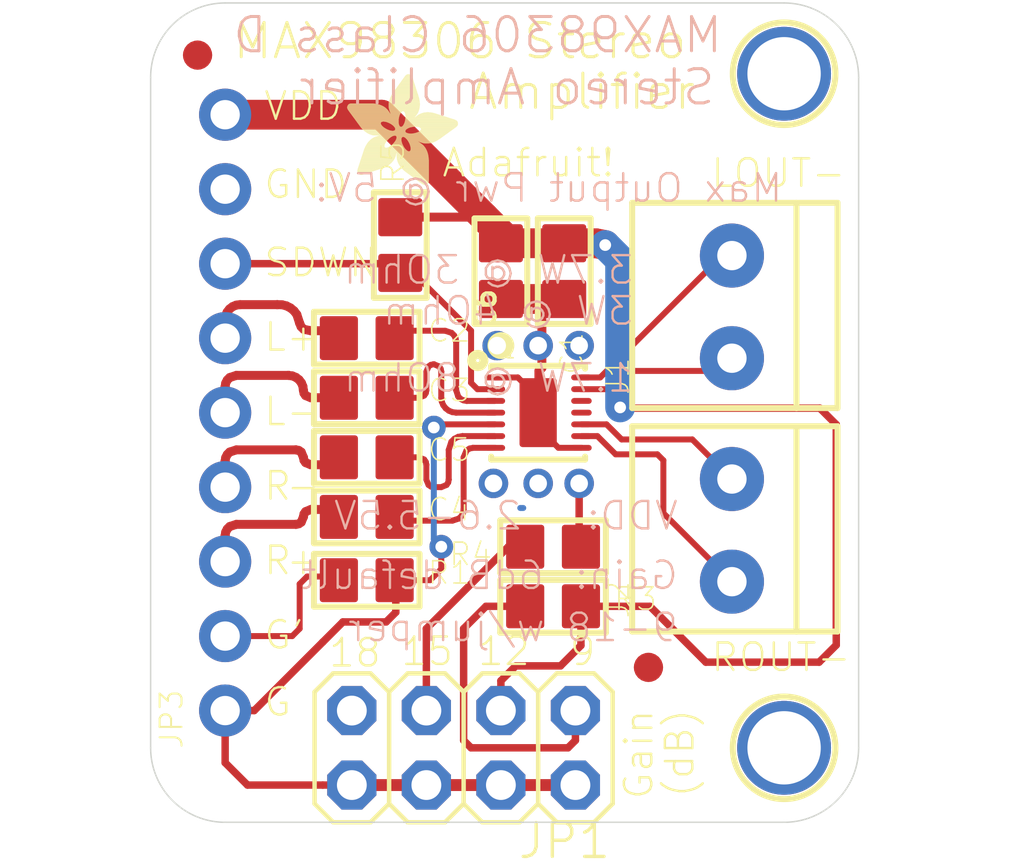
<source format=kicad_pcb>
(kicad_pcb (version 20211014) (generator pcbnew)
  (layers (0 "F.Cu" signal) (31 "B.Cu" signal) (34 "B.Paste" user) (35 "F.Paste" user) (36 "B.SilkS" user "B.Silkscreen") (37 "F.SilkS" user "F.Silkscreen") (38 "B.Mask" user) (39 "F.Mask" user) (44 "Edge.Cuts" user))
  (net 0 "")
  (net 1 "VDD")
  (net 2 "GND")
  (net 3 "GAIN2")
  (net 4 "GAIN1")
  (net 5 "N$1")
  (net 6 "N$3")
  (net 7 "N$2")
  (net 8 "N$4")
  (net 9 "N$5")
  (net 10 "N$6")
  (net 11 "IN_LEFT+")
  (net 12 "IN_LEFT-")
  (net 13 "IN_RIGHT+")
  (net 14 "IN_RIGHT-")
  (net 15 "SHUTDOWN")
  (net 16 "N$12")
  (net 17 "LOUT-")
  (net 18 "ROUT+")
  (net 19 "N$15")
  (footprint "boardEagle:0805" (layer "F.Cu") (at 150.5331 100.1776 -90)
    (fp_text reference "C1" (at 2.032 -0.254 90) (layer "F.SilkS") (effects (font (size 0.75948 0.75948) (thickness 0.05332)) (justify right)))
    (fp_text value "0.1µF")
    (pad "1" smd roundrect (at -0.95 0 270) (size 1.3 1.5) (layers "F.Cu" "F.Paste" "F.Mask") (roundrect_rratio 0.07815384615) (net 1 "VDD"))
    (pad "2" smd roundrect (at 0.95 0 270) (size 1.3 1.5) (layers "F.Cu" "F.Paste" "F.Mask") (roundrect_rratio 0.07815384615) (net 2 "GND"))
  )
  (footprint "boardEagle:ADAFRUIT_3.5MM" (layer "F.Cu") (at 143.1163 97.2566)
    (fp_text reference "U$10" hide)
    (fp_text value "" hide)
  )
  (footprint "boardEagle:0805" (layer "F.Cu") (at 143.8021 110.7186)
    (fp_text reference "R1" (at 2.032 -0.254) (layer "F.SilkS") (effects (font (size 0.75948 0.75948) (thickness 0.05332)) (justify left)))
    (fp_text value "100K")
    (pad "1" smd roundrect (at -0.95 0) (size 1.3 1.5) (layers "F.Cu" "F.Paste" "F.Mask") (roundrect_rratio 0.07815384615) (net 3 "GAIN2"))
    (pad "2" smd roundrect (at 0.95 0) (size 1.3 1.5) (layers "F.Cu" "F.Paste" "F.Mask") (roundrect_rratio 0.07815384615) (net 4 "GAIN1"))
  )
  (footprint "boardEagle:2X04" (layer "F.Cu") (at 147.1041 116.4336 180)
    (fp_text reference "JP1" (at -5.08 -3.175) (layer "F.SilkS") (effects (font (size 1.1557 1.1557) (thickness 0.1143)) (justify right)))
    (fp_text value "")
    (pad "1" thru_hole roundrect (at -3.81 1.27 180) (size 1.6764 1.6764) (drill 1.016) (layers *.Cu *.Mask) (chamfer_ratio 0.2928932188) (chamfer top_left top_right bottom_left bottom_right) (net 5 "N$1"))
    (pad "2" thru_hole roundrect (at -3.81 -1.27 180) (size 1.6764 1.6764) (drill 1.016) (layers *.Cu *.Mask) (chamfer_ratio 0.2928932188) (chamfer top_left top_right bottom_left bottom_right) (net 4 "GAIN1"))
    (pad "3" thru_hole roundrect (at -1.27 1.27 180) (size 1.6764 1.6764) (drill 1.016) (layers *.Cu *.Mask) (chamfer_ratio 0.2928932188) (chamfer top_left top_right bottom_left bottom_right) (net 1 "VDD"))
    (pad "4" thru_hole roundrect (at -1.27 -1.27 180) (size 1.6764 1.6764) (drill 1.016) (layers *.Cu *.Mask) (chamfer_ratio 0.2928932188) (chamfer top_left top_right bottom_left bottom_right) (net 4 "GAIN1"))
    (pad "5" thru_hole roundrect (at 1.27 1.27 180) (size 1.6764 1.6764) (drill 1.016) (layers *.Cu *.Mask) (chamfer_ratio 0.2928932188) (chamfer top_left top_right bottom_left bottom_right) (net 6 "N$3"))
    (pad "6" thru_hole roundrect (at 1.27 -1.27 180) (size 1.6764 1.6764) (drill 1.016) (layers *.Cu *.Mask) (chamfer_ratio 0.2928932188) (chamfer top_left top_right bottom_left bottom_right) (net 4 "GAIN1"))
    (pad "7" thru_hole roundrect (at 3.81 1.27 180) (size 1.6764 1.6764) (drill 1.016) (layers *.Cu *.Mask) (chamfer_ratio 0.2928932188) (chamfer top_left top_right bottom_left bottom_right) (net 2 "GND"))
    (pad "8" thru_hole roundrect (at 3.81 -1.27 180) (size 1.6764 1.6764) (drill 1.016) (layers *.Cu *.Mask) (chamfer_ratio 0.2928932188) (chamfer top_left top_right bottom_left bottom_right) (net 4 "GAIN1"))
  )
  (footprint "boardEagle:TERMBLOCK_1X2-3.5MM" (layer "F.Cu") (at 156.2481 101.4476 90)
    (fp_text reference "J1" (at -3 -3.89 90) (layer "F.SilkS") (effects (font (size 0.75948 0.75948) (thickness 0.05332)) (justify left)))
    (fp_text value "OUTL" hide)
    (pad "1" thru_hole circle (at 1.8 0 90) (size 2.1844 2.1844) (drill 1) (layers *.Cu *.Mask) (net 17 "LOUT-"))
    (pad "2" thru_hole circle (at -1.7 0 90) (size 2.1844 2.1844) (drill 1) (layers *.Cu *.Mask) (net 16 "N$12"))
  )
  (footprint "boardEagle:FIDUCIAL_1MM" (layer "F.Cu") (at 138.0363 92.8116)
    (fp_text reference "FID1" hide)
    (fp_text value "FIDUCIAL\"\"" hide)
    (pad "1" smd roundrect (at 0 0) (size 1 1) (layers "F.Cu") (roundrect_rratio 0.5))
  )
  (footprint "boardEagle:MOUNTINGHOLE_2.5_PLATED" (layer "F.Cu") (at 158.0261 93.4466)
    (fp_text reference "U$7" hide)
    (fp_text value "MOUNTINGHOLE2.5" hide)
    (pad "P$1" thru_hole circle (at 0 0) (size 3.2 3.2) (drill 2.5) (layers *.Cu *.Mask))
  )
  (footprint "boardEagle:0805" (layer "F.Cu") (at 143.8021 108.5596)
    (fp_text reference "C4" (at 2.032 -0.254) (layer "F.SilkS") (effects (font (size 0.75948 0.75948) (thickness 0.05332)) (justify left)))
    (fp_text value "1µF")
    (pad "1" smd roundrect (at -0.95 0) (size 1.3 1.5) (layers "F.Cu" "F.Paste" "F.Mask") (roundrect_rratio 0.07815384615) (net 13 "IN_RIGHT+"))
    (pad "2" smd roundrect (at 0.95 0) (size 1.3 1.5) (layers "F.Cu" "F.Paste" "F.Mask") (roundrect_rratio 0.07815384615) (net 9 "N$5"))
  )
  (footprint "boardEagle:0805" (layer "F.Cu") (at 150.1521 111.6076)
    (fp_text reference "R3" (at 2.032 -0.254) (layer "F.SilkS") (effects (font (size 0.75948 0.75948) (thickness 0.05332)) (justify left)))
    (fp_text value "100K")
    (pad "1" smd roundrect (at -0.95 0) (size 1.3 1.5) (layers "F.Cu" "F.Paste" "F.Mask") (roundrect_rratio 0.07815384615) (net 5 "N$1"))
    (pad "2" smd roundrect (at 0.95 0) (size 1.3 1.5) (layers "F.Cu" "F.Paste" "F.Mask") (roundrect_rratio 0.07815384615) (net 1 "VDD"))
  )
  (footprint "boardEagle:TERMBLOCK_1X2-3.5MM" (layer "F.Cu") (at 156.2481 109.0676 90)
    (fp_text reference "J2" (at -3 -3.89 90) (layer "F.SilkS") (effects (font (size 0.75948 0.75948) (thickness 0.05332)) (justify left)))
    (fp_text value "OUTR" hide)
    (pad "1" thru_hole circle (at 1.8 0 90) (size 2.1844 2.1844) (drill 1) (layers *.Cu *.Mask) (net 18 "ROUT+"))
    (pad "2" thru_hole circle (at -1.7 0 90) (size 2.1844 2.1844) (drill 1) (layers *.Cu *.Mask) (net 19 "N$15"))
  )
  (footprint "boardEagle:MOUNTINGHOLE_2.5_PLATED" (layer "F.Cu") (at 158.0261 116.4336)
    (fp_text reference "U$6" hide)
    (fp_text value "MOUNTINGHOLE2.5" hide)
    (pad "P$1" thru_hole circle (at 0 0) (size 3.2 3.2) (drill 2.5) (layers *.Cu *.Mask))
  )
  (footprint "boardEagle:FIDUCIAL_1MM" (layer "F.Cu") (at 153.4033 113.6904)
    (fp_text reference "FID2" hide)
    (fp_text value "FIDUCIAL\"\"" hide)
    (pad "1" smd roundrect (at 0 0) (size 1 1) (layers "F.Cu") (roundrect_rratio 0.5))
  )
  (footprint "boardEagle:0805" (layer "F.Cu") (at 150.1521 109.5756 180)
    (fp_text reference "R4" (at 2.032 -0.254) (layer "F.SilkS") (effects (font (size 0.75948 0.75948) (thickness 0.05332)) (justify right)))
    (fp_text value "100K")
    (pad "1" smd roundrect (at -0.95 0 180) (size 1.3 1.5) (layers "F.Cu" "F.Paste" "F.Mask") (roundrect_rratio 0.07815384615) (net 2 "GND"))
    (pad "2" smd roundrect (at 0.95 0 180) (size 1.3 1.5) (layers "F.Cu" "F.Paste" "F.Mask") (roundrect_rratio 0.07815384615) (net 6 "N$3"))
  )
  (footprint "boardEagle:0805" (layer "F.Cu") (at 143.8021 106.5276)
    (fp_text reference "C5" (at 2.032 -0.254) (layer "F.SilkS") (effects (font (size 0.75948 0.75948) (thickness 0.05332)) (justify left)))
    (fp_text value "1µF")
    (pad "1" smd roundrect (at -0.95 0) (size 1.3 1.5) (layers "F.Cu" "F.Paste" "F.Mask") (roundrect_rratio 0.07815384615) (net 14 "IN_RIGHT-"))
    (pad "2" smd roundrect (at 0.95 0) (size 1.3 1.5) (layers "F.Cu" "F.Paste" "F.Mask") (roundrect_rratio 0.07815384615) (net 10 "N$6"))
  )
  (footprint "boardEagle:0805" (layer "F.Cu") (at 143.8021 102.4636)
    (fp_text reference "C2" (at 2.032 -0.254) (layer "F.SilkS") (effects (font (size 0.75948 0.75948) (thickness 0.05332)) (justify left)))
    (fp_text value "1µF")
    (pad "1" smd roundrect (at -0.95 0) (size 1.3 1.5) (layers "F.Cu" "F.Paste" "F.Mask") (roundrect_rratio 0.07815384615) (net 11 "IN_LEFT+"))
    (pad "2" smd roundrect (at 0.95 0) (size 1.3 1.5) (layers "F.Cu" "F.Paste" "F.Mask") (roundrect_rratio 0.07815384615) (net 7 "N$2"))
  )
  (footprint "boardEagle:1X09_ROUND_70" (layer "F.Cu") (at 138.9761 105.0036 90)
    (fp_text reference "JP3" (at -11.5062 -1.8288 90) (layer "F.SilkS") (effects (font (size 0.74615 0.74615) (thickness 0.06665)) (justify left)))
    (fp_text value "")
    (pad "1" thru_hole circle (at -10.16 0 180) (size 1.778 1.778) (drill 1) (layers *.Cu *.Mask) (net 4 "GAIN1"))
    (pad "2" thru_hole circle (at -7.62 0 180) (size 1.778 1.778) (drill 1) (layers *.Cu *.Mask) (net 3 "GAIN2"))
    (pad "3" thru_hole circle (at -5.08 0 180) (size 1.778 1.778) (drill 1) (layers *.Cu *.Mask) (net 13 "IN_RIGHT+"))
    (pad "4" thru_hole circle (at -2.54 0 180) (size 1.778 1.778) (drill 1) (layers *.Cu *.Mask) (net 14 "IN_RIGHT-"))
    (pad "5" thru_hole circle (at 0 0 180) (size 1.778 1.778) (drill 1) (layers *.Cu *.Mask) (net 12 "IN_LEFT-"))
    (pad "6" thru_hole circle (at 2.54 0 180) (size 1.778 1.778) (drill 1) (layers *.Cu *.Mask) (net 11 "IN_LEFT+"))
    (pad "7" thru_hole circle (at 5.08 0 180) (size 1.778 1.778) (drill 1) (layers *.Cu *.Mask) (net 15 "SHUTDOWN"))
    (pad "8" thru_hole circle (at 7.62 0 180) (size 1.778 1.778) (drill 1) (layers *.Cu *.Mask) (net 2 "GND"))
    (pad "9" thru_hole circle (at 10.16 0 180) (size 1.778 1.778) (drill 1) (layers *.Cu *.Mask) (net 1 "VDD"))
  )
  (footprint "boardEagle:0805" (layer "F.Cu") (at 144.9451 99.2886 90)
    (fp_text reference "R5" (at 2.032 -0.254 90) (layer "F.SilkS") (effects (font (size 0.75948 0.75948) (thickness 0.05332)) (justify left)))
    (fp_text value "10K")
    (pad "1" smd roundrect (at -0.95 0 90) (size 1.3 1.5) (layers "F.Cu" "F.Paste" "F.Mask") (roundrect_rratio 0.07815384615) (net 15 "SHUTDOWN"))
    (pad "2" smd roundrect (at 0.95 0 90) (size 1.3 1.5) (layers "F.Cu" "F.Paste" "F.Mask") (roundrect_rratio 0.07815384615) (net 1 "VDD"))
  )
  (footprint "boardEagle:0805" (layer "F.Cu") (at 148.3741 100.1776 -90)
    (fp_text reference "C6" (at 2.032 0.127 -90) (layer "F.SilkS") (effects (font (size 0.666496 0.666496) (thickness 0.146304)) (justify left bottom)))
    (fp_text value "10µF")
    (pad "1" smd roundrect (at -0.95 0 270) (size 1.3 1.5) (layers "F.Cu" "F.Paste" "F.Mask") (roundrect_rratio 0.07815384615) (net 1 "VDD"))
    (pad "2" smd roundrect (at 0.95 0 270) (size 1.3 1.5) (layers "F.Cu" "F.Paste" "F.Mask") (roundrect_rratio 0.07815384615) (net 2 "GND"))
  )
  (footprint "boardEagle:0805" (layer "F.Cu") (at 143.8021 104.4956)
    (fp_text reference "C3" (at 2.032 -0.254) (layer "F.SilkS") (effects (font (size 0.75948 0.75948) (thickness 0.05332)) (justify left)))
    (fp_text value "1µF")
    (pad "1" smd roundrect (at -0.95 0) (size 1.3 1.5) (layers "F.Cu" "F.Paste" "F.Mask") (roundrect_rratio 0.07815384615) (net 12 "IN_LEFT-"))
    (pad "2" smd roundrect (at 0.95 0) (size 1.3 1.5) (layers "F.Cu" "F.Paste" "F.Mask") (roundrect_rratio 0.07815384615) (net 8 "N$4"))
  )
  (footprint "boardEagle:TDFN14_3X3MM" (layer "F.Cu") (at 149.6441 105.0036)
    (fp_text reference "U1" (at -1.524 -2.032) (layer "F.SilkS") (effects (font (size 0.35308 0.35308) (thickness 0.05332)) (justify left)))
    (fp_text value "MAX98306ETD+T")
    (pad "P$1" smd roundrect (at -1.475 -1.2) (size 0.7 0.2) (layers "F.Cu") (roundrect_rratio 0.5) (net 2 "GND"))
    (pad "P$2" smd roundrect (at -1.475 -0.8) (size 0.7 0.2) (layers "F.Cu") (roundrect_rratio 0.5) (net 15 "SHUTDOWN"))
    (pad "P$3" smd roundrect (at -1.475 -0.4) (size 0.7 0.2) (layers "F.Cu") (roundrect_rratio 0.5) (net 7 "N$2"))
    (pad "P$4" smd roundrect (at -1.475 0) (size 0.7 0.2) (layers "F.Cu") (roundrect_rratio 0.5) (net 8 "N$4"))
    (pad "P$5" smd roundrect (at -1.475 0.4) (size 0.7 0.2) (layers "F.Cu") (roundrect_rratio 0.5) (net 4 "GAIN1"))
    (pad "P$6" smd roundrect (at -1.475 0.8) (size 0.7 0.2) (layers "F.Cu") (roundrect_rratio 0.5) (net 10 "N$6"))
    (pad "P$7" smd roundrect (at -1.475 1.2) (size 0.7 0.2) (layers "F.Cu") (roundrect_rratio 0.5) (net 9 "N$5"))
    (pad "P$8" smd roundrect (at 1.475 1.2) (size 0.7 0.2) (layers "F.Cu") (roundrect_rratio 0.5) (net 2 "GND"))
    (pad "P$9" smd roundrect (at 1.475 0.8) (size 0.7 0.2) (layers "F.Cu") (roundrect_rratio 0.5) (net 19 "N$15"))
    (pad "P$10" smd roundrect (at 1.475 0.4) (size 0.7 0.2) (layers "F.Cu") (roundrect_rratio 0.5) (net 18 "ROUT+"))
    (pad "P$11" smd roundrect (at 1.475 0) (size 0.7 0.2) (layers "F.Cu") (roundrect_rratio 0.5) (net 1 "VDD"))
    (pad "P$12" smd roundrect (at 1.475 -0.4) (size 0.7 0.2) (layers "F.Cu") (roundrect_rratio 0.5) (net 1 "VDD"))
    (pad "P$13" smd roundrect (at 1.475 -0.8) (size 0.7 0.2) (layers "F.Cu") (roundrect_rratio 0.5) (net 16 "N$12"))
    (pad "P$14" smd roundrect (at 1.475 -1.2) (size 0.7 0.2) (layers "F.Cu") (roundrect_rratio 0.5) (net 17 "LOUT-"))
    (pad "P$THERMAL" smd roundrect (at 0 0) (size 1.27 2.35) (layers "F.Cu" "F.Mask") (roundrect_rratio 0.08) (net 2 "GND"))
  )
  (gr_circle (center 148.3741 102.7176) (end 148.6281 102.7176) (layer "F.SilkS") (width 0.4064) (fill none))
  (gr_arc (start 136.4361 93.5736) (mid 137.180049 91.777549) (end 138.9761 91.0336) (layer "Edge.Cuts") (width 0.05))
  (gr_arc (start 160.5661 116.4336) (mid 159.822151 118.229651) (end 158.0261 118.9736) (layer "Edge.Cuts") (width 0.05))
  (gr_line (start 160.5661 93.5736) (end 160.5661 116.4336) (layer "Edge.Cuts") (width 0.05))
  (gr_arc (start 158.0261 91.0336) (mid 159.822151 91.777549) (end 160.5661 93.5736) (layer "Edge.Cuts") (width 0.05))
  (gr_line (start 138.9761 91.0336) (end 158.0261 91.0336) (layer "Edge.Cuts") (width 0.05))
  (gr_line (start 136.4361 116.4336) (end 136.4361 93.5736) (layer "Edge.Cuts") (width 0.05))
  (gr_arc (start 138.9761 118.9736) (mid 137.180049 118.229651) (end 136.4361 116.4336) (layer "Edge.Cuts") (width 0.05))
  (gr_line (start 158.0261 118.9736) (end 138.9761 118.9736) (layer "Edge.Cuts") (width 0.05))
  (gr_text "Max Output Pwr @ 5V:" (at 158.0261 97.8916) (layer "B.SilkS") (effects (font (size 0.93472 0.93472) (thickness 0.08128)) (justify left bottom mirror)))
  (gr_text "Gain:" (at 154.4701 111.0996) (layer "B.SilkS") (effects (font (size 0.93472 0.93472) (thickness 0.08128)) (justify left bottom mirror)))
  (gr_text "3.7W @ 3Ohm" (at 152.9461 100.6856) (layer "B.SilkS") (effects (font (size 0.93472 0.93472) (thickness 0.08128)) (justify left bottom mirror)))
  (gr_text "VDD:" (at 154.4701 109.0676) (layer "B.SilkS") (effects (font (size 0.93472 0.93472) (thickness 0.08128)) (justify left bottom mirror)))
  (gr_text "MAX98306 Class D" (at 155.9941 92.8116) (layer "B.SilkS") (effects (font (size 1.1684 1.1684) (thickness 0.1016)) (justify left bottom mirror)))
  (gr_text "6dB default" (at 149.8981 111.0996) (layer "B.SilkS") (effects (font (size 0.93472 0.93472) (thickness 0.08128)) (justify left bottom mirror)))
  (gr_text "2.6-5.5V" (at 149.1361 109.0676) (layer "B.SilkS") (effects (font (size 0.93472 0.93472) (thickness 0.08128)) (justify left bottom mirror)))
  (gr_text "3W @ 4Ohm" (at 152.9461 102.0826) (layer "B.SilkS") (effects (font (size 0.93472 0.93472) (thickness 0.08128)) (justify left bottom mirror)))
  (gr_text "1.7W @ 8Ohm" (at 152.9461 104.3686) (layer "B.SilkS") (effects (font (size 0.93472 0.93472) (thickness 0.08128)) (justify left bottom mirror)))
  (gr_text "Stereo Amplifier" (at 155.7401 94.5896) (layer "B.SilkS") (effects (font (size 1.1684 1.1684) (thickness 0.1016)) (justify left bottom mirror)))
  (gr_text "9-18 w/jumper" (at 154.4701 112.8776) (layer "B.SilkS") (effects (font (size 0.93472 0.93472) (thickness 0.08128)) (justify left bottom mirror)))
  (gr_text "Gain" (at 153.6192 118.2497 90) (layer "F.SilkS") (effects (font (size 0.93472 0.93472) (thickness 0.08128)) (justify left bottom)))
  (gr_text "Amplifier" (at 147.2057 94.742) (layer "F.SilkS") (effects (font (size 1.1684 1.1684) (thickness 0.1016)) (justify left bottom)))
  (gr_text "Adafruit!" (at 146.3167 97.028) (layer "F.SilkS") (effects (font (size 0.93472 0.93472) (thickness 0.08128)) (justify left bottom)))
  (gr_text "(dB)" (at 155.0162 118.1862 90) (layer "F.SilkS") (effects (font (size 0.93472 0.93472) (thickness 0.08128)) (justify left bottom)))
  (gr_text "G" (at 140.2461 115.4176) (layer "F.SilkS") (effects (font (size 0.93472 0.93472) (thickness 0.08128)) (justify left bottom)))
  (gr_text "MAX98306 Stereo" (at 139.1793 93.0148) (layer "F.SilkS") (effects (font (size 1.1684 1.1684) (thickness 0.1016)) (justify left bottom)))
  (gr_text "+" (at 141.0081 102.9716) (layer "F.SilkS") (effects (font (size 0.93472 0.93472) (thickness 0.08128)) (justify left bottom)))
  (gr_text "-" (at 141.0081 105.5116) (layer "F.SilkS") (effects (font (size 0.93472 0.93472) (thickness 0.08128)) (justify left bottom)))
  (gr_text "L" (at 140.2461 105.5116) (layer "F.SilkS") (effects (font (size 0.93472 0.93472) (thickness 0.08128)) (justify left bottom)))
  (gr_text "SDWN" (at 140.2461 100.4316) (layer "F.SilkS") (effects (font (size 0.93472 0.93472) (thickness 0.08128)) (justify left bottom)))
  (gr_text "9" (at 150.6601 113.6904) (layer "F.SilkS") (effects (font (size 0.93472 0.93472) (thickness 0.08128)) (justify left bottom)))
  (gr_text "15" (at 144.9197 113.6904) (layer "F.SilkS") (effects (font (size 0.93472 0.93472) (thickness 0.08128)) (justify left bottom)))
  (gr_text "R" (at 140.2461 108.0516) (layer "F.SilkS") (effects (font (size 0.93472 0.93472) (thickness 0.08128)) (justify left bottom)))
  (gr_text "12" (at 147.5359 113.6904) (layer "F.SilkS") (effects (font (size 0.93472 0.93472) (thickness 0.08128)) (justify left bottom)))
  (gr_text "18" (at 142.4559 113.7412) (layer "F.SilkS") (effects (font (size 0.93472 0.93472) (thickness 0.08128)) (justify left bottom)))
  (gr_text "VDD" (at 140.2461 95.0976) (layer "F.SilkS") (effects (font (size 0.93472 0.93472) (thickness 0.08128)) (justify left bottom)))
  (gr_text "G'" (at 140.2461 113.1316) (layer "F.SilkS") (effects (font (size 0.93472 0.93472) (thickness 0.08128)) (justify left bottom)))
  (gr_text "LOUT-" (at 155.4861 97.3836) (layer "F.SilkS") (effects (font (size 0.93472 0.93472) (thickness 0.08128)) (justify left bottom)))
  (gr_text "R" (at 140.2461 110.5916) (layer "F.SilkS") (effects (font (size 0.93472 0.93472) (thickness 0.08128)) (justify left bottom)))
  (gr_text "+" (at 141.0081 110.5916) (layer "F.SilkS") (effects (font (size 0.93472 0.93472) (thickness 0.08128)) (justify left bottom)))
  (gr_text "L" (at 140.2461 102.9716) (layer "F.SilkS") (effects (font (size 0.93472 0.93472) (thickness 0.08128)) (justify left bottom)))
  (gr_text "GND" (at 140.2461 97.7646) (layer "F.SilkS") (effects (font (size 0.93472 0.93472) (thickness 0.08128)) (justify left bottom)))
  (gr_text "-" (at 141.0081 108.0516) (layer "F.SilkS") (effects (font (size 0.93472 0.93472) (thickness 0.08128)) (justify left bottom)))
  (gr_text "ROUT-" (at 155.4861 113.8936) (layer "F.SilkS") (effects (font (size 0.93472 0.93472) (thickness 0.08128)) (justify left bottom)))
  (segment (start 159.2199 113.5126) (end 159.8041 112.9284) (width 0.254) (layer "F.Cu") (net 1))
  (segment (start 151.1021 111.6076) (end 151.1021 112.9436) (width 0.254) (layer "F.Cu") (net 1))
  (segment (start 144.9476 98.3361) (end 147.8026 98.3361) (width 0.3048) (layer "F.Cu") (net 1))
  (segment (start 159.8041 105.41) (end 159.2453 104.8512) (width 0.254) (layer "F.Cu") (net 1))
  (segment (start 148.3741 99.2276) (end 150.5331 99.2276) (width 1.016) (layer "F.Cu") (net 1))
  (segment (start 151.9301 99.2886) (end 151.6101 99.2276) (width 1.016) (layer "F.Cu") (net 1))
  (segment (start 148.3741 98.9076) (end 148.3741 99.2276) (width 1.016) (layer "F.Cu") (net 1))
  (segment (start 144.9451 98.3386) (end 144.9476 98.3361) (width 0.3048) (layer "F.Cu") (net 1))
  (segment (start 159.8041 112.9284) (end 159.8041 105.41) (width 0.254) (layer "F.Cu") (net 1))
  (segment (start 138.9761 94.8436) (end 144.3101 94.8436) (width 1.016) (layer "F.Cu") (net 1))
  (segment (start 147.8026 98.3361) (end 144.3101 94.8436) (width 1.016) (layer "F.Cu") (net 1))
  (segment (start 151.1021 111.6076) (end 153.4541 111.6076) (width 0.254) (layer "F.Cu") (net 1))
  (segment (start 152.4635 104.8512) (end 152.4381 104.8258) (width 0.254) (layer "F.Cu") (net 1))
  (segment (start 151.6101 99.2276) (end 150.5331 99.2276) (width 1.016) (layer "F.Cu") (net 1))
  (segment (start 155.3591 113.5126) (end 159.2199 113.5126) (width 0.254) (layer "F.Cu") (net 1))
  (segment (start 153.4541 111.6076) (end 155.3591 113.5126) (width 0.254) (layer "F.Cu") (net 1))
  (segment (start 148.3741 98.9076) (end 147.8026 98.3361) (width 1.016) (layer "F.Cu") (net 1))
  (segment (start 148.3741 114.1476) (end 148.3741 115.1636) (width 0.254) (layer "F.Cu") (net 1))
  (segment (start 159.2453 104.8512) (end 152.4635 104.8512) (width 0.254) (layer "F.Cu") (net 1))
  (segment (start 152.5143 104.902) (end 152.4381 104.8258) (width 0.2032) (layer "F.Cu") (net 1))
  (segment (start 150.4061 113.6396) (end 148.8821 113.6396) (width 0.254) (layer "F.Cu") (net 1))
  (segment (start 151.1021 112.9436) (end 150.4061 113.6396) (width 0.254) (layer "F.Cu") (net 1))
  (segment (start 148.8821 113.6396) (end 148.3741 114.1476) (width 0.254) (layer "F.Cu") (net 1))
  (via (at 151.9301 99.2886) (size 0.8064) (drill 0.4) (layers "F.Cu" "B.Cu") (net 1))
  (via (at 152.4381 104.8258) (size 0.8064) (drill 0.4) (layers "F.Cu" "B.Cu") (net 1))
  (segment (start 152.4381 99.7966) (end 151.9301 99.2886) (width 1.016) (layer "B.Cu") (net 1))
  (segment (start 152.4381 104.8258) (end 152.4381 99.7966) (width 1.016) (layer "B.Cu") (net 1))
  (segment (start 149.6695 103.5812) (end 149.6695 103.9622) (width 0.3048) (layer "F.Cu") (net 2))
  (segment (start 148.9521 103.8036) (end 149.3901 104.2416) (width 0.2032) (layer "F.Cu") (net 2))
  (segment (start 151.1191 106.2036) (end 150.3361 106.2036) (width 0.2032) (layer "F.Cu") (net 2))
  (segment (start 149.3901 104.2416) (end 149.6441 104.4956) (width 0.2032) (layer "F.Cu") (net 2))
  (segment (start 149.7711 101.1276) (end 150.5331 101.1276) (width 1.016) (layer "F.Cu") (net 2))
  (segment (start 149.7711 103.4796) (end 149.7711 101.1276) (width 0.3048) (layer "F.Cu") (net 2))
  (segment (start 149.6695 103.9622) (end 149.3901 104.2416) (width 0.3048) (layer "F.Cu") (net 2))
  (segment (start 151.1021 109.5756) (end 151.0411 109.5146) (width 0.254) (layer "F.Cu") (net 2))
  (segment (start 149.6441 104.4956) (end 149.6441 105.0036) (width 0.2032) (layer "F.Cu") (net 2))
  (segment (start 149.6695 103.5812) (end 149.7711 103.4796) (width 0.3048) (layer "F.Cu") (net 2))
  (segment (start 149.6441 105.5116) (end 149.6441 105.0036) (width 0.2032) (layer "F.Cu") (net 2))
  (segment (start 150.3361 106.2036) (end 149.6441 105.5116) (width 0.2032) (layer "F.Cu") (net 2))
  (segment (start 148.3741 101.1276) (end 149.7711 101.1276) (width 1.016) (layer "F.Cu") (net 2))
  (segment (start 148.1691 103.8036) (end 148.9521 103.8036) (width 0.2032) (layer "F.Cu") (net 2))
  (segment (start 151.0411 109.5146) (end 151.0411 107.4166) (width 0.254) (layer "F.Cu") (net 2))
  (via (at 151.0411 107.4166) (size 1.0064) (drill 0.6) (layers "F.Cu" "B.Cu") (net 2))
  (via (at 149.6441 102.7176) (size 1.0064) (drill 0.6) (layers "F.Cu" "B.Cu") (net 2))
  (via (at 148.1201 107.4166) (size 1.0064) (drill 0.6) (layers "F.Cu" "B.Cu") (net 2))
  (via (at 148.2471 102.7176) (size 1.0064) (drill 0.6) (layers "F.Cu" "B.Cu") (net 2))
  (via (at 149.6441 107.4166) (size 1.0064) (drill 0.6) (layers "F.Cu" "B.Cu") (net 2))
  (via (at 151.0411 102.7176) (size 1.0064) (drill 0.6) (layers "F.Cu" "B.Cu") (net 2))
  (segment (start 149.1361 108.2548) (end 149.0345 108.2548) (width 0.2032) (layer "B.Cu") (net 2))
  (segment (start 142.7251 110.8456) (end 142.8521 110.7186) (width 0.2032) (layer "F.Cu") (net 3))
  (segment (start 141.5161 112.3696) (end 141.5161 110.8456) (width 0.2032) (layer "F.Cu") (net 3))
  (segment (start 142.7251 110.5916) (end 142.8521 110.7186) (width 0.2032) (layer "F.Cu") (net 3))
  (segment (start 141.2621 112.6236) (end 141.5161 112.3696) (width 0.2032) (layer "F.Cu") (net 3))
  (segment (start 141.7701 110.5916) (end 142.7251 110.5916) (width 0.2032) (layer "F.Cu") (net 3))
  (segment (start 141.5161 110.8456) (end 141.7701 110.5916) (width 0.2032) (layer "F.Cu") (net 3))
  (segment (start 138.9761 112.6236) (end 141.2621 112.6236) (width 0.2032) (layer "F.Cu") (net 3))
  (segment (start 145.8341 117.7036) (end 143.2941 117.7036) (width 0.4064) (layer "F.Cu") (net 4))
  (segment (start 146.1961 105.4036) (end 146.0881 105.5116) (width 0.2032) (layer "F.Cu") (net 4))
  (segment (start 142.3035 117.7036) (end 143.2941 117.7036) (width 0.254) (layer "F.Cu") (net 4))
  (segment (start 138.9761 115.1636) (end 139.9667 115.1636) (width 0.254) (layer "F.Cu") (net 4))
  (segment (start 145.9611 110.7186) (end 146.3421 110.3376) (width 0.2032) (layer "F.Cu") (net 4))
  (segment (start 142.9893 112.141) (end 144.4625 112.141) (width 0.254) (layer "F.Cu") (net 4))
  (segment (start 150.9141 117.7036) (end 148.3741 117.7036) (width 0.4064) (layer "F.Cu") (net 4))
  (segment (start 148.1691 105.4036) (end 146.1961 105.4036) (width 0.2032) (layer "F.Cu") (net 4))
  (segment (start 148.3741 117.7036) (end 145.8341 117.7036) (width 0.4064) (layer "F.Cu") (net 4))
  (segment (start 142.3035 112.8268) (end 142.9893 112.141) (width 0.254) (layer "F.Cu") (net 4))
  (segment (start 144.4625 112.141) (end 144.7927 111.8108) (width 0.254) (layer "F.Cu") (net 4))
  (segment (start 144.7521 110.7186) (end 145.9611 110.7186) (width 0.2032) (layer "F.Cu") (net 4))
  (segment (start 139.7381 117.7036) (end 138.9761 116.9416) (width 0.254) (layer "F.Cu") (net 4))
  (segment (start 138.9761 116.9416) (end 138.9761 115.1636) (width 0.254) (layer "F.Cu") (net 4))
  (segment (start 139.9667 115.1636) (end 142.3035 112.8268) (width 0.254) (layer "F.Cu") (net 4))
  (segment (start 144.5641 110.5306) (end 144.7521 110.7186) (width 0.2032) (layer "F.Cu") (net 4))
  (segment (start 146.3421 110.3376) (end 146.3421 109.5756) (width 0.2032) (layer "F.Cu") (net 4))
  (segment (start 144.7927 110.7592) (end 144.7521 110.7186) (width 0.254) (layer "F.Cu") (net 4))
  (segment (start 144.7927 111.8108) (end 144.7927 110.7592) (width 0.254) (layer "F.Cu") (net 4))
  (segment (start 142.3035 117.7036) (end 139.7381 117.7036) (width 0.254) (layer "F.Cu") (net 4))
  (via (at 146.3421 109.5756) (size 0.8064) (drill 0.4) (layers "F.Cu" "B.Cu") (net 4))
  (via (at 146.0881 105.5116) (size 0.8064) (drill 0.4) (layers "F.Cu" "B.Cu") (net 4))
  (segment (start 146.0881 109.3216) (end 146.3421 109.5756) (width 0.2032) (layer "B.Cu") (net 4))
  (segment (start 146.0881 109.3216) (end 146.0881 105.5116) (width 0.2032) (layer "B.Cu") (net 4))
  (segment (start 150.9141 116.1796) (end 150.6601 116.4336) (width 0.254) (layer "F.Cu") (net 5))
  (segment (start 147.1041 116.1796) (end 147.1041 112.3696) (width 0.254) (layer "F.Cu") (net 5))
  (segment (start 147.8661 111.6076) (end 149.2021 111.6076) (width 0.254) (layer "F.Cu") (net 5))
  (segment (start 150.6601 116.4336) (end 147.3581 116.4336) (width 0.254) (layer "F.Cu") (net 5))
  (segment (start 147.1041 112.3696) (end 147.8661 111.6076) (width 0.254) (layer "F.Cu") (net 5))
  (segment (start 149.1361 111.6736) (end 149.2021 111.6076) (width 0.2032) (layer "F.Cu") (net 5))
  (segment (start 150.9141 115.1636) (end 150.9141 116.1796) (width 0.254) (layer "F.Cu") (net 5))
  (segment (start 147.3581 116.4336) (end 147.1041 116.1796) (width 0.254) (layer "F.Cu") (net 5))
  (segment (start 145.8341 112.3696) (end 148.6281 109.5756) (width 0.254) (layer "F.Cu") (net 6))
  (segment (start 145.8341 115.1636) (end 145.8341 112.3696) (width 0.254) (layer "F.Cu") (net 6))
  (segment (start 148.6281 109.5756) (end 149.2021 109.5756) (width 0.254) (layer "F.Cu") (net 6))
  (segment (start 144.826495 102.283995) (end 144.7521 102.4636) (width 0.2032) (layer "F.Cu") (net 7))
  (segment (start 146.693046 102.282365) (end 146.4691 102.2096) (width 0.2032) (layer "F.Cu") (net 7))
  (segment (start 148.1691 104.6036) (end 147.2121 104.6036) (width 0.2032) (layer "F.Cu") (net 7))
  (segment (start 146.831453 102.472865) (end 146.777335 102.366654) (width 0.2032) (layer "F.Cu") (net 7))
  (segment (start 147.2121 104.6036) (end 147.2121 104.6036) (width 0.2032) (layer "F.Cu") (net 7))
  (segment (start 147.100236 104.585882) (end 146.999322 104.534464) (width 0.2032) (layer "F.Cu") (net 7))
  (segment (start 147.2121 104.6036) (end 147.100236 104.585882) (width 0.2032) (layer "F.Cu") (net 7))
  (segment (start 146.8501 102.5906) (end 146.8501 102.5906) (width 0.2032) (layer "F.Cu") (net 7))
  (segment (start 146.919236 104.454378) (end 146.8501 104.2416) (width 0.2032) (layer "F.Cu") (net 7))
  (segment (start 146.4691 102.2096) (end 145.0061 102.2096) (width 0.2032) (layer "F.Cu") (net 7))
  (segment (start 145.0061 102.2096) (end 145.0061 102.2096) (width 0.2032) (layer "F.Cu") (net 7))
  (segment (start 144.908898 102.228935) (end 144.826495 102.283995) (width 0.2032) (layer "F.Cu") (net 7))
  (segment (start 146.777335 102.366654) (end 146.693046 102.282365) (width 0.2032) (layer "F.Cu") (net 7))
  (segment (start 146.8501 104.2416) (end 146.8501 102.5906) (width 0.2032) (layer "F.Cu") (net 7))
  (segment (start 146.999322 104.534464) (end 146.919236 104.454378) (width 0.2032) (layer "F.Cu") (net 7))
  (segment (start 146.8501 102.5906) (end 146.831453 102.472865) (width 0.2032) (layer "F.Cu") (net 7))
  (segment (start 145.0061 102.2096) (end 144.908898 102.228935) (width 0.2032) (layer "F.Cu") (net 7))
  (segment (start 146.35941 104.62708) (end 146.3421 104.4956) (width 0.2032) (layer "F.Cu") (net 8))
  (segment (start 146.0881 103.3526) (end 145.990898 103.371935) (width 0.2032) (layer "F.Cu") (net 8))
  (segment (start 145.814765 104.338802) (end 145.759705 104.421205) (width 0.2032) (layer "F.Cu") (net 8))
  (segment (start 145.8341 103.6066) (end 145.8341 104.2416) (width 0.2032) (layer "F.Cu") (net 8))
  (segment (start 146.0881 103.3526) (end 146.0881 103.3526) (width 0.2032) (layer "F.Cu") (net 8))
  (segment (start 145.990898 103.371935) (end 145.908495 103.426995) (width 0.2032) (layer "F.Cu") (net 8))
  (segment (start 146.8501 105.0036) (end 146.8501 105.0036) (width 0.2032) (layer "F.Cu") (net 8))
  (segment (start 146.71862 104.98629) (end 146.5961 104.935541) (width 0.2032) (layer "F.Cu") (net 8))
  (segment (start 145.759705 104.421205) (end 145.5801 104.4956) (width 0.2032) (layer "F.Cu") (net 8))
  (segment (start 146.3421 103.6066) (end 146.322765 103.509398) (width 0.2032) (layer "F.Cu") (net 8))
  (segment (start 146.410159 104.7496) (end 146.35941 104.62708) (width 0.2032) (layer "F.Cu") (net 8))
  (segment (start 146.322765 103.509398) (end 146.267705 103.426995) (width 0.2032) (layer "F.Cu") (net 8))
  (segment (start 146.49089 104.85481) (end 146.410159 104.7496) (width 0.2032) (layer "F.Cu") (net 8))
  (segment (start 146.267705 103.426995) (end 146.0881 103.3526) (width 0.2032) (layer "F.Cu") (net 8))
  (segment (start 148.1691 105.0036) (end 146.8501 105.0036) (width 0.2032) (layer "F.Cu") (net 8))
  (segment (start 145.8341 104.2416) (end 145.814765 104.338802) (width 0.2032) (layer "F.Cu") (net 8))
  (segment (start 145.8341 104.2416) (end 145.8341 104.2416) (width 0.2032) (layer "F.Cu") (net 8))
  (segment (start 146.3421 103.6066) (end 146.3421 104.4956) (width 0.2032) (layer "F.Cu") (net 8))
  (segment (start 146.5961 104.935541) (end 146.49089 104.85481) (width 0.2032) (layer "F.Cu") (net 8))
  (segment (start 145.5801 104.4956) (end 144.7521 104.4956) (width 0.2032) (layer "F.Cu") (net 8))
  (segment (start 146.3421 103.6066) (end 146.3421 103.6066) (width 0.2032) (layer "F.Cu") (net 8))
  (segment (start 145.908495 103.426995) (end 145.8341 103.6066) (width 0.2032) (layer "F.Cu") (net 8))
  (segment (start 146.8501 105.0036) (end 146.71862 104.98629) (width 0.2032) (layer "F.Cu") (net 8))
  (segment (start 147.304111 106.228263) (end 147.198997 106.298497) (width 0.2032) (layer "F.Cu") (net 9))
  (segment (start 144.769115 108.6231) (end 144.7521 108.5596) (width 0.2032) (layer "F.Cu") (net 9))
  (segment (start 147.1041 108.3056) (end 147.1041 108.3056) (width 0.2032) (layer "F.Cu") (net 9))
  (segment (start 147.085453 108.423335) (end 147.031335 108.529546) (width 0.2032) (layer "F.Cu") (net 9))
  (segment (start 147.4281 106.2036) (end 147.304111 106.228263) (width 0.2032) (layer "F.Cu") (net 9))
  (segment (start 147.031335 108.529546) (end 146.947046 108.613835) (width 0.2032) (layer "F.Cu") (net 9))
  (segment (start 144.8791 108.6866) (end 144.8791 108.6866) (width 0.2032) (layer "F.Cu") (net 9))
  (segment (start 147.4281 106.2036) (end 147.4281 106.2036) (width 0.2032) (layer "F.Cu") (net 9))
  (segment (start 146.947046 108.613835) (end 146.7231 108.6866) (width 0.2032) (layer "F.Cu") (net 9))
  (segment (start 147.198997 106.298497) (end 147.1041 106.5276) (width 0.2032) (layer "F.Cu") (net 9))
  (segment (start 144.8791 108.6866) (end 144.8156 108.669585) (width 0.2032) (layer "F.Cu") (net 9))
  (segment (start 144.8156 108.669585) (end 144.769115 108.6231) (width 0.2032) (layer "F.Cu") (net 9))
  (segment (start 148.1691 106.2036) (end 147.4281 106.2036) (width 0.2032) (layer "F.Cu") (net 9))
  (segment (start 147.1041 106.5276) (end 147.1041 108.3056) (width 0.2032) (layer "F.Cu") (net 9))
  (segment (start 146.7231 108.6866) (end 144.8791 108.6866) (width 0.2032) (layer "F.Cu") (net 9))
  (segment (start 147.1041 108.3056) (end 147.085453 108.423335) (width 0.2032) (layer "F.Cu") (net 9))
  (segment (start 147.0661 105.8036) (end 147.0661 105.8036) (width 0.2032) (layer "F.Cu") (net 10))
  (segment (start 148.1691 105.8036) (end 147.0661 105.8036) (width 0.2032) (layer "F.Cu") (net 10))
  (segment (start 145.8341 107.2896) (end 145.8341 106.7816) (width 0.2032) (layer "F.Cu") (net 10))
  (segment (start 146.0881 107.5436) (end 145.990898 107.524265) (width 0.2032) (layer "F.Cu") (net 10))
  (segment (start 145.5801 106.5276) (end 144.7521 106.5276) (width 0.2032) (layer "F.Cu") (net 10))
  (segment (start 145.8341 106.7816) (end 145.814765 106.684398) (width 0.2032) (layer "F.Cu") (net 10))
  (segment (start 146.576765 107.386802) (end 146.521705 107.469205) (width 0.2032) (layer "F.Cu") (net 10))
  (segment (start 145.8341 106.7816) (end 145.8341 106.7816) (width 0.2032) (layer "F.Cu") (net 10))
  (segment (start 145.908495 107.469205) (end 145.8341 107.2896) (width 0.2032) (layer "F.Cu") (net 10))
  (segment (start 145.990898 107.524265) (end 145.908495 107.469205) (width 0.2032) (layer "F.Cu") (net 10))
  (segment (start 146.5961 107.2896) (end 146.5961 107.2896) (width 0.2032) (layer "F.Cu") (net 10))
  (segment (start 146.521705 107.469205) (end 146.3421 107.5436) (width 0.2032) (layer "F.Cu") (net 10))
  (segment (start 145.814765 106.684398) (end 145.759705 106.601995) (width 0.2032) (layer "F.Cu") (net 10))
  (segment (start 146.789841 105.893362) (end 146.685862 105.997341) (width 0.2032) (layer "F.Cu") (net 10))
  (segment (start 146.3421 107.5436) (end 146.0881 107.5436) (width 0.2032) (layer "F.Cu") (net 10))
  (segment (start 146.0881 107.5436) (end 146.0881 107.5436) (width 0.2032) (layer "F.Cu") (net 10))
  (segment (start 145.759705 106.601995) (end 145.5801 106.5276) (width 0.2032) (layer "F.Cu") (net 10))
  (segment (start 146.685862 105.997341) (end 146.5961 106.2736) (width 0.2032) (layer "F.Cu") (net 10))
  (segment (start 146.920862 105.826603) (end 146.789841 105.893362) (width 0.2032) (layer "F.Cu") (net 10))
  (segment (start 146.5961 106.2736) (end 146.5961 107.2896) (width 0.2032) (layer "F.Cu") (net 10))
  (segment (start 147.0661 105.8036) (end 146.920862 105.826603) (width 0.2032) (layer "F.Cu") (net 10))
  (segment (start 146.5961 107.2896) (end 146.576765 107.386802) (width 0.2032) (layer "F.Cu") (net 10))
  (segment (start 140.7541 101.3206) (end 140.911123 101.323983) (width 0.3048) (layer "F.Cu") (net 11))
  (segment (start 141.203461 101.433399) (end 141.324118 101.533946) (width 0.3048) (layer "F.Cu") (net 11))
  (segment (start 141.5161 101.9556) (end 141.564569 102.072268) (width 0.3048) (layer "F.Cu") (net 11))
  (segment (start 139.4841 101.3206) (end 140.7541 101.3206) (width 0.3048) (layer "F.Cu") (net 11))
  (segment (start 141.419375 101.658821) (end 141.5161 101.9556) (width 0.3048) (layer "F.Cu") (net 11))
  (segment (start 140.911123 101.323983) (end 141.063456 101.362222) (width 0.3048) (layer "F.Cu") (net 11))
  (segment (start 139.12489 101.46939) (end 139.2301 101.388659) (width 0.3048) (layer "F.Cu") (net 11))
  (segment (start 139.35262 101.33791) (end 139.4841 101.3206) (width 0.3048) (layer "F.Cu") (net 11))
  (segment (start 138.9761 101.8286) (end 138.9761 101.8286) (width 0.3048) (layer "F.Cu") (net 11))
  (segment (start 141.5161 101.9556) (end 141.5161 101.9556) (width 0.3048) (layer "F.Cu") (net 11))
  (segment (start 140.7541 101.3206) (end 140.7541 101.3206) (width 0.3048) (layer "F.Cu") (net 11))
  (segment (start 141.324118 101.533946) (end 141.419375 101.658821) (width 0.3048) (layer "F.Cu") (net 11))
  (segment (start 142.695302 102.228935) (end 142.777705 102.283995) (width 0.3048) (layer "F.Cu") (net 11))
  (segment (start 138.9761 102.4636) (end 138.9761 101.8286) (width 0.3048) (layer "F.Cu") (net 11))
  (segment (start 142.5981 102.2096) (end 142.5981 102.2096) (width 0.3048) (layer "F.Cu") (net 11))
  (segment (start 141.653995 102.161508) (end 141.8971 102.2096) (width 0.3048) (layer "F.Cu") (net 11))
  (segment (start 141.063456 101.362222) (end 141.203461 101.433399) (width 0.3048) (layer "F.Cu") (net 11))
  (segment (start 141.8971 102.2096) (end 142.5981 102.2096) (width 0.3048) (layer "F.Cu") (net 11))
  (segment (start 139.044159 101.5746) (end 139.12489 101.46939) (width 0.3048) (layer "F.Cu") (net 11))
  (segment (start 142.5981 102.2096) (end 142.695302 102.228935) (width 0.3048) (layer "F.Cu") (net 11))
  (segment (start 138.99341 101.69712) (end 139.044159 101.5746) (width 0.3048) (layer "F.Cu") (net 11))
  (segment (start 142.777705 102.283995) (end 142.8521 102.4636) (width 0.3048) (layer "F.Cu") (net 11))
  (segment (start 138.9761 101.8286) (end 138.99341 101.69712) (width 0.3048) (layer "F.Cu") (net 11))
  (segment (start 141.564569 102.072268) (end 141.653995 102.161508) (width 0.3048) (layer "F.Cu") (net 11))
  (segment (start 139.2301 101.388659) (end 139.35262 101.33791) (width 0.3048) (layer "F.Cu") (net 11))
  (segment (start 138.9761 104.1146) (end 138.9761 104.1146) (width 0.3048) (layer "F.Cu") (net 12))
  (segment (start 139.048865 103.890654) (end 139.133154 103.806365) (width 0.3048) (layer "F.Cu") (net 12))
  (segment (start 138.9761 104.1146) (end 138.994747 103.996865) (width 0.3048) (layer "F.Cu") (net 12))
  (segment (start 138.9761 105.0036) (end 138.9761 104.1146) (width 0.3048) (layer "F.Cu") (net 12))
  (segment (start 141.49431 103.88239) (end 141.575041 103.9876) (width 0.3048) (layer "F.Cu") (net 12))
  (segment (start 138.994747 103.996865) (end 139.048865 103.890654) (width 0.3048) (layer "F.Cu") (net 12))
  (segment (start 141.3891 103.801659) (end 141.49431 103.88239) (width 0.3048) (layer "F.Cu") (net 12))
  (segment (start 141.6431 104.2416) (end 141.662435 104.338802) (width 0.3048) (layer "F.Cu") (net 12))
  (segment (start 141.6431 104.2416) (end 141.6431 104.2416) (width 0.3048) (layer "F.Cu") (net 12))
  (segment (start 141.575041 103.9876) (end 141.62579 104.11012) (width 0.3048) (layer "F.Cu") (net 12))
  (segment (start 141.1351 103.7336) (end 141.26658 103.75091) (width 0.3048) (layer "F.Cu") (net 12))
  (segment (start 139.133154 103.806365) (end 139.3571 103.7336) (width 0.3048) (layer "F.Cu") (net 12))
  (segment (start 141.1351 103.7336) (end 141.1351 103.7336) (width 0.3048) (layer "F.Cu") (net 12))
  (segment (start 141.26658 103.75091) (end 141.3891 103.801659) (width 0.3048) (layer "F.Cu") (net 12))
  (segment (start 141.717495 104.421205) (end 141.8971 104.4956) (width 0.3048) (layer "F.Cu") (net 12))
  (segment (start 139.3571 103.7336) (end 141.1351 103.7336) (width 0.3048) (layer "F.Cu") (net 12))
  (segment (start 141.8971 104.4956) (end 142.8521 104.4956) (width 0.3048) (layer "F.Cu") (net 12))
  (segment (start 141.662435 104.338802) (end 141.717495 104.421205) (width 0.3048) (layer "F.Cu") (net 12))
  (segment (start 141.62579 104.11012) (end 141.6431 104.2416) (width 0.3048) (layer "F.Cu") (net 12))
  (segment (start 141.8971 108.3056) (end 142.5981 108.3056) (width 0.3048) (layer "F.Cu") (net 13))
  (segment (start 138.9761 109.1946) (end 138.9761 109.1946) (width 0.3048) (layer "F.Cu") (net 13))
  (segment (start 138.9761 109.1946) (end 138.994747 109.076865) (width 0.3048) (layer "F.Cu") (net 13))
  (segment (start 141.6431 108.5596) (end 141.6431 108.5596) (width 0.3048) (layer "F.Cu") (net 13))
  (segment (start 141.6431 108.5596) (end 141.662435 108.462398) (width 0.3048) (layer "F.Cu") (net 13))
  (segment (start 141.3891 108.8136) (end 141.486302 108.794265) (width 0.3048) (layer "F.Cu") (net 13))
  (segment (start 142.695302 108.324935) (end 142.777705 108.379995) (width 0.3048) (layer "F.Cu") (net 13))
  (segment (start 142.777705 108.379995) (end 142.8521 108.5596) (width 0.3048) (layer "F.Cu") (net 13))
  (segment (start 139.048865 108.970654) (end 139.133154 108.886365) (width 0.3048) (layer "F.Cu") (net 13))
  (segment (start 141.568705 108.739205) (end 141.6431 108.5596) (width 0.3048) (layer "F.Cu") (net 13))
  (segment (start 142.5981 108.3056) (end 142.695302 108.324935) (width 0.3048) (layer "F.Cu") (net 13))
  (segment (start 141.486302 108.794265) (end 141.568705 108.739205) (width 0.3048) (layer "F.Cu") (net 13))
  (segment (start 138.994747 109.076865) (end 139.048865 108.970654) (width 0.3048) (layer "F.Cu") (net 13))
  (segment (start 139.133154 108.886365) (end 139.3571 108.8136) (width 0.3048) (layer "F.Cu") (net 13))
  (segment (start 138.9761 110.0836) (end 138.9761 109.1946) (width 0.3048) (layer "F.Cu") (net 13))
  (segment (start 139.3571 108.8136) (end 141.3891 108.8136) (width 0.3048) (layer "F.Cu") (net 13))
  (segment (start 141.3891 108.8136) (end 141.3891 108.8136) (width 0.3048) (layer "F.Cu") (net 13))
  (segment (start 141.717495 108.379995) (end 141.8971 108.3056) (width 0.3048) (layer "F.Cu") (net 13))
  (segment (start 142.5981 108.3056) (end 142.5981 108.3056) (width 0.3048) (layer "F.Cu") (net 13))
  (segment (start 141.662435 108.462398) (end 141.717495 108.379995) (width 0.3048) (layer "F.Cu") (net 13))
  (segment (start 139.048865 106.430654) (end 139.133154 106.346365) (width 0.3048) (layer "F.Cu") (net 14))
  (segment (start 138.9761 106.6546) (end 138.9761 106.6546) (width 0.3048) (layer "F.Cu") (net 14))
  (segment (start 141.717495 106.707205) (end 141.8971 106.7816) (width 0.3048) (layer "F.Cu") (net 14))
  (segment (start 141.6431 106.5276) (end 141.6431 106.5276) (width 0.3048) (layer "F.Cu") (net 14))
  (segment (start 142.5981 106.7816) (end 142.5981 106.7816) (width 0.3048) (layer "F.Cu") (net 14))
  (segment (start 141.486302 106.292935) (end 141.568705 106.347995) (width 0.3048) (layer "F.Cu") (net 14))
  (segment (start 139.133154 106.346365) (end 139.3571 106.2736) (width 0.3048) (layer "F.Cu") (net 14))
  (segment (start 141.8971 106.7816) (end 142.5981 106.7816) (width 0.3048) (layer "F.Cu") (net 14))
  (segment (start 138.9761 106.6546) (end 138.994747 106.536865) (width 0.3048) (layer "F.Cu") (net 14))
  (segment (start 142.5981 106.7816) (end 142.695302 106.762265) (width 0.3048) (layer "F.Cu") (net 14))
  (segment (start 141.6431 106.5276) (end 141.662435 106.624802) (width 0.3048) (layer "F.Cu") (net 14))
  (segment (start 138.9761 107.5436) (end 138.9761 106.6546) (width 0.3048) (layer "F.Cu") (net 14))
  (segment (start 141.3891 106.2736) (end 141.486302 106.292935) (width 0.3048) (layer "F.Cu") (net 14))
  (segment (start 141.3891 106.2736) (end 141.3891 106.2736) (width 0.3048) (layer "F.Cu") (net 14))
  (segment (start 142.777705 106.707205) (end 142.8521 106.5276) (width 0.3048) (layer "F.Cu") (net 14))
  (segment (start 141.568705 106.347995) (end 141.6431 106.5276) (width 0.3048) (layer "F.Cu") (net 14))
  (segment (start 142.695302 106.762265) (end 142.777705 106.707205) (width 0.3048) (layer "F.Cu") (net 14))
  (segment (start 138.994747 106.536865) (end 139.048865 106.430654) (width 0.3048) (layer "F.Cu") (net 14))
  (segment (start 139.3571 106.2736) (end 141.3891 106.2736) (width 0.3048) (layer "F.Cu") (net 14))
  (segment (start 141.662435 106.624802) (end 141.717495 106.707205) (width 0.3048) (layer "F.Cu") (net 14))
  (segment (start 145.3261 100.1776) (end 145.0061 100.1776) (width 0.254) (layer "F.Cu") (net 15))
  (segment (start 147.5741 104.2036) (end 147.3581 103.9876) (width 0.2032) (layer "F.Cu") (net 15))
  (segment (start 148.1691 104.2036) (end 147.5741 104.2036) (width 0.2032) (layer "F.Cu") (net 15))
  (segment (start 147.3581 103.9876) (end 147.3581 102.2096) (width 0.2032) (layer "F.Cu") (net 15))
  (segment (start 147.3581 102.2096) (end 145.3261 100.1776) (width 0.2032) (layer "F.Cu") (net 15))
  (segment (start 144.6301 99.9236) (end 144.9451 100.2386) (width 0.254) (layer "F.Cu") (net 15))
  (segment (start 138.9761 99.9236) (end 144.6301 99.9236) (width 0.254) (layer "F.Cu") (net 15))
  (segment (start 145.0061 100.1776) (end 144.9451 100.2386) (width 0.254) (layer "F.Cu") (net 15))
  (segment (start 155.8145 103.5812) (end 156.2481 103.1476) (width 0.2032) (layer "F.Cu") (net 16))
  (segment (start 152.6921 103.5812) (end 155.8145 103.5812) (width 0.2032) (layer "F.Cu") (net 16))
  (segment (start 152.0697 104.2036) (end 152.6921 103.5812) (width 0.2032) (layer "F.Cu") (net 16))
  (segment (start 151.1191 104.2036) (end 152.0697 104.2036) (width 0.2032) (layer "F.Cu") (net 16))
  (segment (start 155.9721 99.9236) (end 156.2481 99.6476) (width 0.2032) (layer "F.Cu") (net 17))
  (segment (start 151.1191 103.8036) (end 151.7585 103.8036) (width 0.2032) (layer "F.Cu") (net 17))
  (segment (start 155.6385 99.9236) (end 155.9721 99.9236) (width 0.2032) (layer "F.Cu") (net 17))
  (segment (start 151.7585 103.8036) (end 152.4889 103.0732) (width 0.2032) (layer "F.Cu") (net 17))
  (segment (start 152.4889 103.0732) (end 155.6385 99.9236) (width 0.2032) (layer "F.Cu") (net 17))
  (segment (start 151.9745 105.4036) (end 152.4889 105.918) (width 0.2032) (layer "F.Cu") (net 18))
  (segment (start 154.8985 105.918) (end 156.2481 107.2676) (width 0.2032) (layer "F.Cu") (net 18))
  (segment (start 151.1191 105.4036) (end 151.9745 105.4036) (width 0.2032) (layer "F.Cu") (net 18))
  (segment (start 152.4889 105.918) (end 154.8985 105.918) (width 0.2032) (layer "F.Cu") (net 18))
  (segment (start 151.6633 105.8036) (end 152.2857 106.426) (width 0.2032) (layer "F.Cu") (net 19))
  (segment (start 152.2857 106.426) (end 153.7081 106.426) (width 0.2032) (layer "F.Cu") (net 19))
  (segment (start 153.7081 106.426) (end 153.9113 106.6292) (width 0.2032) (layer "F.Cu") (net 19))
  (segment (start 153.9113 108.4308) (end 156.2481 110.7676) (width 0.2032) (layer "F.Cu") (net 19))
  (segment (start 153.9113 106.6292) (end 153.9113 108.4308) (width 0.2032) (layer "F.Cu") (net 19))
  (segment (start 151.1191 105.8036) (end 151.6633 105.8036) (width 0.2032) (layer "F.Cu") (net 19))
)
</source>
